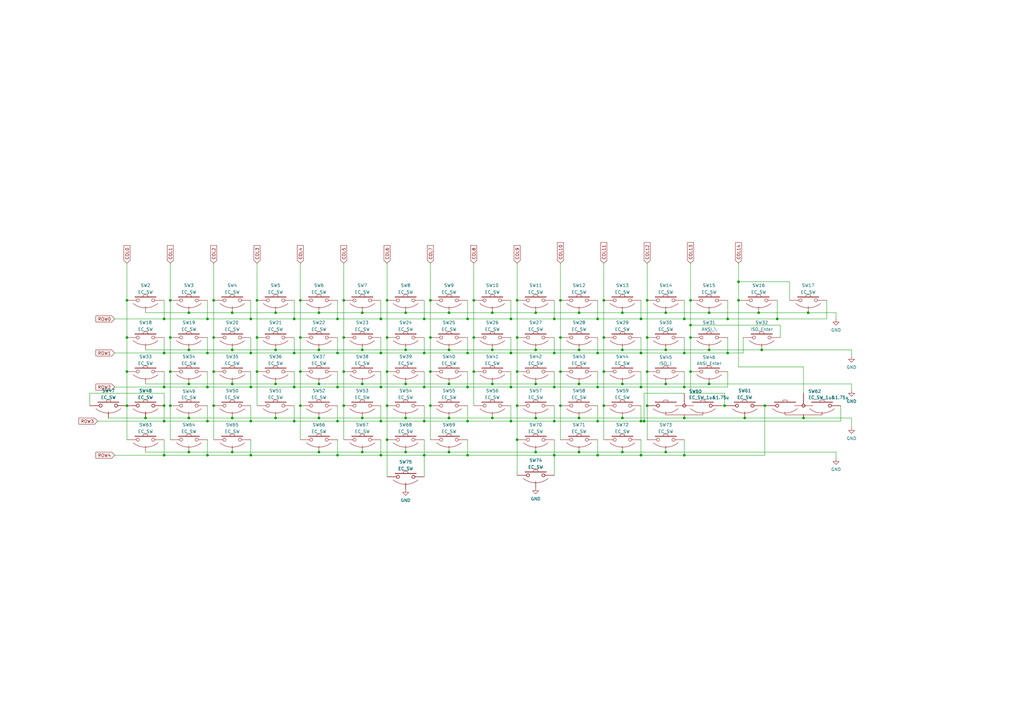
<source format=kicad_sch>
(kicad_sch (version 20230121) (generator eeschema)
  (paper "A3")
  (title_block (title "EC60") (date "2023-07-15") (rev "1.1.1") (company "LU.SV Solutions") (comment 1 "Cipulot PCB Design") (comment 2 "MIT License") (comment 3 "Cipulot"))
  (lib_symbols
    (symbol "cipulot_parts:EC_SW" (pin_numbers hide) (pin_names (offset 1.016) hide)
      (property "Reference" "SW" (at 3.81 2.794 0))
      (property "Value" "EC_SW" (at -3.81 3.81 0))
      (symbol "EC_SW_0_1"
        (arc (start -5.08 -1.27) (mid 0 -3.052) (end 5.08 -1.27))
        (rectangle (start -4.318 1.27) (end 4.318 1.524))
        (polyline (pts (xy -1.016 1.524) (xy -0.762 2.286) (xy 0.762 2.286) (xy 1.016 1.524)))
        (pin passive inverted (at -7.62 0 0) (length 5.08) (name "1") (number "1"))
        (pin passive inverted (at 7.62 0 180) (length 5.08) (name "2") (number "2"))
      )
      (symbol "EC_SW_1_1"
        (pin input line (at 0 -5.08 90) (length 2.54) (name "SG") (number "3"))
      )
    )
    (symbol "cipulot_parts:EC_SW_1u&1.75u" (pin_numbers hide) (pin_names (offset 1.016) hide)
      (property "Reference" "SW" (at 3.81 2.794 0))
      (property "Value" "EC_SW_1u&1.75u" (at -3.81 3.81 0))
      (symbol "EC_SW_1u&1.75u_0_1"
        (arc (start -5.08 -1.27) (mid 0 -3.052) (end 5.08 -1.27))
        (rectangle (start -4.318 1.27) (end 4.318 1.524))
        (polyline (pts (xy 11.43 0) (xy 3.81 0)))
        (polyline (pts (xy -1.016 1.524) (xy -0.762 2.286) (xy 0.762 2.286) (xy 1.016 1.524)))
        (polyline (pts (xy 0 -2.54) (xy 0 -3.81) (xy 15.24 -3.81) (xy 15.24 -2.54)))
        (polyline (pts (xy 14.224 1.524) (xy 14.478 2.286) (xy 16.002 2.286) (xy 16.256 1.524)))
        (arc (start 10.16 -1.27) (mid 15.24 -3.052) (end 20.32 -1.27))
        (rectangle (start 10.922 1.27) (end 19.558 1.524))
        (pin passive inverted (at -7.62 0 0) (length 5.08) (name "1") (number "1"))
        (pin passive inverted (at 7.62 5.08 270) (length 5.7) (name "2") (number "2"))
        (pin passive inverted (at 22.86 0 180) (length 5.08) (name "3") (number "3"))
      )
      (symbol "EC_SW_1u&1.75u_1_1"
        (pin input line (at 7.62 -5.08 90) (length 1.25) (name "SG") (number "4"))
      )
    )
    (symbol "power:GND" (power) (pin_names (offset 0))
      (property "Value" "GND" (at 0 -3.81 0))
      (symbol "GND_0_1"
        (polyline (pts (xy 0 0) (xy 0 -1.27) (xy 1.27 -1.27) (xy 0 -2.54) (xy -1.27 -1.27) (xy 0 -1.27)))
      )
      (symbol "GND_1_1"
        (pin power_in line (at 0 0 270) (length 0) hide (name "GND") (number "1"))
      )
    )
  )
  (junction (at 273.05 143.51))
  (junction (at 85.09 172.72))
  (junction (at 158.75 166.37))
  (junction (at 283.21 133.35))
  (junction (at 69.85 138.43))
  (junction (at 123.19 138.43))
  (junction (at 194.31 152.4))
  (junction (at 280.67 171.45))
  (junction (at 283.21 152.4))
  (junction (at 102.87 186.69))
  (junction (at 113.03 128.27))
  (junction (at 120.65 158.75))
  (junction (at 219.71 171.45))
  (junction (at 298.45 144.78))
  (junction (at 173.99 158.75))
  (junction (at 138.43 186.69))
  (junction (at 156.21 144.78))
  (junction (at 105.41 123.19))
  (junction (at 184.15 171.45))
  (junction (at 85.09 144.78))
  (junction (at 158.75 152.4))
  (junction (at 191.77 130.81))
  (junction (at 67.31 166.37))
  (junction (at 280.67 144.78))
  (junction (at 265.43 152.4))
  (junction (at 247.65 152.4))
  (junction (at 176.53 138.43))
  (junction (at 95.25 185.42))
  (junction (at 212.09 152.4))
  (junction (at 245.11 186.69))
  (junction (at 138.43 172.72))
  (junction (at 290.83 143.51))
  (junction (at 173.99 130.81))
  (junction (at 148.59 185.42))
  (junction (at 173.99 172.72))
  (junction (at 255.27 157.48))
  (junction (at 227.33 172.72))
  (junction (at 265.43 138.43))
  (junction (at 201.93 143.51))
  (junction (at 140.97 123.19))
  (junction (at 176.53 166.37))
  (junction (at 67.31 172.72))
  (junction (at 156.21 186.69))
  (junction (at 87.63 123.19))
  (junction (at 166.37 171.45))
  (junction (at 77.47 128.27))
  (junction (at 85.09 186.69))
  (junction (at 95.25 171.45))
  (junction (at 313.69 166.37))
  (junction (at 52.07 138.43))
  (junction (at 95.25 143.51))
  (junction (at 120.65 172.72))
  (junction (at 148.59 157.48))
  (junction (at 229.87 123.19))
  (junction (at 69.85 152.4))
  (junction (at 212.09 123.19))
  (junction (at 229.87 138.43))
  (junction (at 140.97 152.4))
  (junction (at 176.53 123.19))
  (junction (at 201.93 157.48))
  (junction (at 158.75 138.43))
  (junction (at 102.87 158.75))
  (junction (at 138.43 158.75))
  (junction (at 52.07 152.4))
  (junction (at 265.43 123.19))
  (junction (at 173.99 186.69))
  (junction (at 138.43 144.78))
  (junction (at 227.33 158.75))
  (junction (at 130.81 171.45))
  (junction (at 219.71 185.42))
  (junction (at 298.45 130.81))
  (junction (at 77.47 143.51))
  (junction (at 156.21 130.81))
  (junction (at 245.11 144.78))
  (junction (at 262.89 158.75))
  (junction (at 176.53 152.4))
  (junction (at 302.895 123.19))
  (junction (at 158.75 123.19))
  (junction (at 283.21 138.43))
  (junction (at 191.77 144.78))
  (junction (at 148.59 128.27))
  (junction (at 113.03 171.45))
  (junction (at 148.59 171.45))
  (junction (at 255.27 171.45))
  (junction (at 262.89 130.81))
  (junction (at 312.42 143.51))
  (junction (at 264.16 172.72))
  (junction (at 105.41 152.4))
  (junction (at 148.59 143.51))
  (junction (at 184.15 157.48))
  (junction (at 280.67 186.69))
  (junction (at 77.47 185.42))
  (junction (at 123.19 166.37))
  (junction (at 156.21 172.72))
  (junction (at 113.03 143.51))
  (junction (at 237.49 157.48))
  (junction (at 95.25 128.27))
  (junction (at 140.97 166.37))
  (junction (at 227.33 186.69))
  (junction (at 173.99 144.78))
  (junction (at 52.07 166.37))
  (junction (at 245.11 130.81))
  (junction (at 87.63 138.43))
  (junction (at 329.565 171.45))
  (junction (at 194.31 123.19))
  (junction (at 212.09 180.34))
  (junction (at 67.31 144.78))
  (junction (at 262.89 172.72))
  (junction (at 311.15 128.27))
  (junction (at 166.37 157.48))
  (junction (at 245.11 172.72))
  (junction (at 201.93 171.45))
  (junction (at 229.87 152.4))
  (junction (at 209.55 144.78))
  (junction (at 87.63 166.37))
  (junction (at 138.43 130.81))
  (junction (at 77.47 157.48))
  (junction (at 201.93 128.27))
  (junction (at 247.65 166.37))
  (junction (at 184.15 143.51))
  (junction (at 209.55 172.72))
  (junction (at 262.89 144.78))
  (junction (at 280.67 158.75))
  (junction (at 255.27 185.42))
  (junction (at 166.37 185.42))
  (junction (at 212.09 166.37))
  (junction (at 184.15 185.42))
  (junction (at 283.21 123.19))
  (junction (at 166.37 143.51))
  (junction (at 191.77 172.72))
  (junction (at 105.41 138.43))
  (junction (at 77.47 171.45))
  (junction (at 69.85 166.37))
  (junction (at 290.83 128.27))
  (junction (at 120.65 144.78))
  (junction (at 273.05 157.48))
  (junction (at 102.87 130.81))
  (junction (at 305.435 171.45))
  (junction (at 191.77 158.75))
  (junction (at 156.21 158.75))
  (junction (at 67.31 186.69))
  (junction (at 140.97 138.43))
  (junction (at 255.27 128.27))
  (junction (at 247.65 138.43))
  (junction (at 237.49 128.27))
  (junction (at 191.77 186.69))
  (junction (at 67.31 130.81))
  (junction (at 273.05 185.42))
  (junction (at 212.09 138.43))
  (junction (at 209.55 130.81))
  (junction (at 67.31 158.75))
  (junction (at 130.81 157.48))
  (junction (at 102.87 172.72))
  (junction (at 302.895 115.57))
  (junction (at 318.77 130.81))
  (junction (at 265.43 166.37))
  (junction (at 194.31 138.43))
  (junction (at 85.09 130.81))
  (junction (at 331.47 128.27))
  (junction (at 237.49 143.51))
  (junction (at 120.65 130.81))
  (junction (at 130.81 185.42))
  (junction (at 262.89 186.69))
  (junction (at 130.81 128.27))
  (junction (at 59.69 171.45))
  (junction (at 85.09 158.75))
  (junction (at 102.87 144.78))
  (junction (at 255.27 143.51))
  (junction (at 158.75 180.34))
  (junction (at 219.71 157.48))
  (junction (at 290.83 157.48))
  (junction (at 95.25 157.48))
  (junction (at 123.19 152.4))
  (junction (at 52.07 123.19))
  (junction (at 237.49 185.42))
  (junction (at 227.33 144.78))
  (junction (at 130.81 143.51))
  (junction (at 297.18 166.37))
  (junction (at 113.03 157.48))
  (junction (at 227.33 130.81))
  (junction (at 87.63 152.4))
  (junction (at 219.71 128.27))
  (junction (at 209.55 158.75))
  (junction (at 219.71 143.51))
  (junction (at 273.05 128.27))
  (junction (at 166.37 128.27))
  (junction (at 247.65 123.19))
  (junction (at 69.85 123.19))
  (junction (at 184.15 128.27))
  (junction (at 245.11 158.75))
  (junction (at 237.49 171.45))
  (junction (at 280.67 130.81))
  (junction (at 123.19 123.19))
  (junction (at 229.87 166.37))
  (wire (pts (xy 156.21 138.43) (xy 156.21 144.78)))
  (wire (pts (xy 262.89 186.69) (xy 280.67 186.69)))
  (wire (pts (xy 87.63 123.19) (xy 87.63 138.43)))
  (wire (pts (xy 219.71 171.45) (xy 201.93 171.45)))
  (wire (pts (xy 201.93 171.45) (xy 184.15 171.45)))
  (wire (pts (xy 130.81 143.51) (xy 148.59 143.51)))
  (wire (pts (xy 265.43 123.19) (xy 265.43 138.43)))
  (wire (pts (xy 237.49 185.42) (xy 255.27 185.42)))
  (wire (pts (xy 102.87 180.34) (xy 102.87 186.69)))
  (wire (pts (xy 138.43 123.19) (xy 138.43 130.81)))
  (wire (pts (xy 229.87 166.37) (xy 229.87 180.34)))
  (wire (pts (xy 219.71 143.51) (xy 237.49 143.51)))
  (wire (pts (xy 173.99 138.43) (xy 173.99 144.78)))
  (wire (pts (xy 212.09 107.95) (xy 212.09 123.19)))
  (wire (pts (xy 280.67 158.75) (xy 298.45 158.75)))
  (wire (pts (xy 105.41 107.95) (xy 105.41 123.19)))
  (wire (pts (xy 247.65 166.37) (xy 247.65 180.34)))
  (wire (pts (xy 120.65 166.37) (xy 120.65 172.72)))
  (wire (pts (xy 138.43 138.43) (xy 138.43 144.78)))
  (wire (pts (xy 209.55 144.78) (xy 227.33 144.78)))
  (wire (pts (xy 265.43 152.4) (xy 265.43 166.37)))
  (wire (pts (xy 245.11 152.4) (xy 245.11 158.75)))
  (wire (pts (xy 314.325 166.37) (xy 313.69 166.37)))
  (wire (pts (xy 280.67 180.34) (xy 280.67 186.69)))
  (wire (pts (xy 227.33 138.43) (xy 227.33 144.78)))
  (wire (pts (xy 290.83 157.48) (xy 349.25 157.48)))
  (wire (pts (xy 85.09 180.34) (xy 85.09 186.69)))
  (wire (pts (xy 140.97 123.19) (xy 140.97 138.43)))
  (wire (pts (xy 339.09 123.19) (xy 339.09 130.81)))
  (wire (pts (xy 113.03 157.48) (xy 130.81 157.48)))
  (wire (pts (xy 262.89 152.4) (xy 262.89 158.75)))
  (wire (pts (xy 176.53 152.4) (xy 176.53 166.37)))
  (wire (pts (xy 280.67 144.78) (xy 298.45 144.78)))
  (wire (pts (xy 36.83 166.37) (xy 36.83 161.29)))
  (wire (pts (xy 191.77 144.78) (xy 209.55 144.78)))
  (wire (pts (xy 140.97 107.95) (xy 140.97 123.19)))
  (wire (pts (xy 67.31 123.19) (xy 67.31 130.81)))
  (wire (pts (xy 212.09 152.4) (xy 212.09 166.37)))
  (wire (pts (xy 212.09 123.19) (xy 212.09 138.43)))
  (wire (pts (xy 255.27 171.45) (xy 237.49 171.45)))
  (wire (pts (xy 184.15 128.27) (xy 201.93 128.27)))
  (wire (pts (xy 85.09 144.78) (xy 102.87 144.78)))
  (wire (pts (xy 77.47 157.48) (xy 95.25 157.48)))
  (wire (pts (xy 67.31 180.34) (xy 67.31 186.69)))
  (wire (pts (xy 297.18 166.37) (xy 295.91 166.37)))
  (wire (pts (xy 255.27 157.48) (xy 273.05 157.48)))
  (wire (pts (xy 105.41 138.43) (xy 105.41 152.4)))
  (wire (pts (xy 209.55 123.19) (xy 209.55 130.81)))
  (wire (pts (xy 305.435 171.45) (xy 329.565 171.45)))
  (wire (pts (xy 140.97 166.37) (xy 140.97 180.34)))
  (wire (pts (xy 273.05 128.27) (xy 290.83 128.27)))
  (wire (pts (xy 262.89 130.81) (xy 280.67 130.81)))
  (wire (pts (xy 298.45 138.43) (xy 298.45 144.78)))
  (wire (pts (xy 245.11 172.72) (xy 262.89 172.72)))
  (wire (pts (xy 166.37 171.45) (xy 148.59 171.45)))
  (wire (pts (xy 229.87 107.95) (xy 229.87 123.19)))
  (wire (pts (xy 283.21 107.95) (xy 283.21 123.19)))
  (wire (pts (xy 176.53 107.95) (xy 176.53 123.19)))
  (wire (pts (xy 120.65 152.4) (xy 120.65 158.75)))
  (wire (pts (xy 283.21 123.19) (xy 283.21 133.35)))
  (wire (pts (xy 201.93 157.48) (xy 219.71 157.48)))
  (wire (pts (xy 227.33 180.34) (xy 227.33 186.69)))
  (wire (pts (xy 173.99 172.72) (xy 191.77 172.72)))
  (wire (pts (xy 138.43 158.75) (xy 156.21 158.75)))
  (wire (pts (xy 264.16 172.72) (xy 344.805 172.72)))
  (wire (pts (xy 52.07 138.43) (xy 52.07 152.4)))
  (wire (pts (xy 158.75 107.95) (xy 158.75 123.19)))
  (wire (pts (xy 36.83 161.29) (xy 67.31 161.29)))
  (wire (pts (xy 85.09 123.19) (xy 85.09 130.81)))
  (wire (pts (xy 227.33 144.78) (xy 245.11 144.78)))
  (wire (pts (xy 123.19 107.95) (xy 123.19 123.19)))
  (wire (pts (xy 194.31 123.19) (xy 194.31 138.43)))
  (wire (pts (xy 46.99 186.69) (xy 67.31 186.69)))
  (wire (pts (xy 138.43 144.78) (xy 156.21 144.78)))
  (wire (pts (xy 265.43 107.95) (xy 265.43 123.19)))
  (wire (pts (xy 67.31 161.29) (xy 67.31 166.37)))
  (wire (pts (xy 59.69 128.27) (xy 77.47 128.27)))
  (wire (pts (xy 247.65 166.37) (xy 247.65 152.4)))
  (wire (pts (xy 102.87 123.19) (xy 102.87 130.81)))
  (wire (pts (xy 123.19 123.19) (xy 123.19 138.43)))
  (wire (pts (xy 227.33 186.69) (xy 227.33 194.945)))
  (wire (pts (xy 237.49 157.48) (xy 255.27 157.48)))
  (wire (pts (xy 158.75 123.19) (xy 158.75 138.43)))
  (wire (pts (xy 166.37 128.27) (xy 184.15 128.27)))
  (wire (pts (xy 227.33 158.75) (xy 245.11 158.75)))
  (wire (pts (xy 290.83 128.27) (xy 311.15 128.27)))
  (wire (pts (xy 130.81 171.45) (xy 113.03 171.45)))
  (wire (pts (xy 120.65 130.81) (xy 138.43 130.81)))
  (wire (pts (xy 283.21 138.43) (xy 283.21 152.4)))
  (wire (pts (xy 219.71 185.42) (xy 237.49 185.42)))
  (wire (pts (xy 46.99 158.75) (xy 67.31 158.75)))
  (wire (pts (xy 227.33 166.37) (xy 227.33 172.72)))
  (wire (pts (xy 184.15 143.51) (xy 201.93 143.51)))
  (wire (pts (xy 227.33 123.19) (xy 227.33 130.81)))
  (wire (pts (xy 59.69 157.48) (xy 77.47 157.48)))
  (wire (pts (xy 191.77 138.43) (xy 191.77 144.78)))
  (wire (pts (xy 123.19 166.37) (xy 123.19 180.34)))
  (wire (pts (xy 262.89 123.19) (xy 262.89 130.81)))
  (wire (pts (xy 176.53 138.43) (xy 176.53 152.4)))
  (wire (pts (xy 191.77 123.19) (xy 191.77 130.81)))
  (wire (pts (xy 212.09 138.43) (xy 212.09 152.4)))
  (wire (pts (xy 280.67 138.43) (xy 280.67 144.78)))
  (wire (pts (xy 95.25 185.42) (xy 130.81 185.42)))
  (wire (pts (xy 298.45 130.81) (xy 318.77 130.81)))
  (wire (pts (xy 148.59 171.45) (xy 130.81 171.45)))
  (wire (pts (xy 173.99 130.81) (xy 191.77 130.81)))
  (wire (pts (xy 237.49 128.27) (xy 255.27 128.27)))
  (wire (pts (xy 173.99 186.69) (xy 191.77 186.69)))
  (wire (pts (xy 191.77 172.72) (xy 209.55 172.72)))
  (wire (pts (xy 85.09 166.37) (xy 85.09 172.72)))
  (wire (pts (xy 158.75 180.34) (xy 158.75 195.58)))
  (wire (pts (xy 329.565 161.29) (xy 329.565 150.495)))
  (wire (pts (xy 148.59 185.42) (xy 166.37 185.42)))
  (wire (pts (xy 138.43 152.4) (xy 138.43 158.75)))
  (wire (pts (xy 209.55 130.81) (xy 227.33 130.81)))
  (wire (pts (xy 102.87 152.4) (xy 102.87 158.75)))
  (wire (pts (xy 156.21 130.81) (xy 173.99 130.81)))
  (wire (pts (xy 138.43 166.37) (xy 138.43 172.72)))
  (wire (pts (xy 67.31 166.37) (xy 67.31 172.72)))
  (wire (pts (xy 67.31 138.43) (xy 67.31 144.78)))
  (wire (pts (xy 280.67 152.4) (xy 280.67 158.75)))
  (wire (pts (xy 245.11 166.37) (xy 245.11 172.72)))
  (wire (pts (xy 130.81 157.48) (xy 148.59 157.48)))
  (wire (pts (xy 148.59 128.27) (xy 166.37 128.27)))
  (wire (pts (xy 130.81 185.42) (xy 148.59 185.42)))
  (wire (pts (xy 156.21 172.72) (xy 173.99 172.72)))
  (wire (pts (xy 85.09 186.69) (xy 102.87 186.69)))
  (wire (pts (xy 342.9 185.42) (xy 342.9 187.96)))
  (wire (pts (xy 255.27 185.42) (xy 273.05 185.42)))
  (wire (pts (xy 349.25 171.45) (xy 349.25 175.26)))
  (wire (pts (xy 158.75 138.43) (xy 158.75 152.4)))
  (wire (pts (xy 67.31 152.4) (xy 67.31 158.75)))
  (wire (pts (xy 69.85 107.95) (xy 69.85 123.19)))
  (wire (pts (xy 283.21 152.4) (xy 283.21 161.29)))
  (wire (pts (xy 102.87 130.81) (xy 120.65 130.81)))
  (wire (pts (xy 245.11 144.78) (xy 262.89 144.78)))
  (wire (pts (xy 67.31 144.78) (xy 85.09 144.78)))
  (wire (pts (xy 349.25 157.48) (xy 349.25 160.02)))
  (wire (pts (xy 138.43 172.72) (xy 156.21 172.72)))
  (wire (pts (xy 148.59 143.51) (xy 166.37 143.51)))
  (wire (pts (xy 52.07 107.95) (xy 52.07 123.19)))
  (wire (pts (xy 69.85 152.4) (xy 69.85 166.37)))
  (wire (pts (xy 77.47 143.51) (xy 95.25 143.51)))
  (wire (pts (xy 273.05 185.42) (xy 342.9 185.42)))
  (wire (pts (xy 312.42 143.51) (xy 349.25 143.51)))
  (wire (pts (xy 280.67 171.45) (xy 305.435 171.45)))
  (wire (pts (xy 323.85 123.19) (xy 323.85 115.57)))
  (wire (pts (xy 102.87 172.72) (xy 120.65 172.72)))
  (wire (pts (xy 255.27 171.45) (xy 280.67 171.45)))
  (wire (pts (xy 191.77 180.34) (xy 191.77 186.69)))
  (wire (pts (xy 85.09 172.72) (xy 102.87 172.72)))
  (wire (pts (xy 87.63 166.37) (xy 87.63 180.34)))
  (wire (pts (xy 166.37 143.51) (xy 184.15 143.51)))
  (wire (pts (xy 290.83 143.51) (xy 312.42 143.51)))
  (wire (pts (xy 120.65 138.43) (xy 120.65 144.78)))
  (wire (pts (xy 44.45 171.45) (xy 59.69 171.45)))
  (wire (pts (xy 247.65 123.19) (xy 247.65 138.43)))
  (wire (pts (xy 156.21 123.19) (xy 156.21 130.81)))
  (wire (pts (xy 166.37 185.42) (xy 184.15 185.42)))
  (wire (pts (xy 297.18 161.29) (xy 297.18 166.37)))
  (wire (pts (xy 69.85 123.19) (xy 69.85 138.43)))
  (wire (pts (xy 173.99 186.69) (xy 173.99 195.58)))
  (wire (pts (xy 176.53 166.37) (xy 176.53 180.34)))
  (wire (pts (xy 194.31 152.4) (xy 194.31 166.37)))
  (wire (pts (xy 212.09 166.37) (xy 212.09 180.34)))
  (wire (pts (xy 102.87 186.69) (xy 138.43 186.69)))
  (wire (pts (xy 102.87 144.78) (xy 120.65 144.78)))
  (wire (pts (xy 87.63 138.43) (xy 87.63 152.4)))
  (wire (pts (xy 201.93 143.51) (xy 219.71 143.51)))
  (wire (pts (xy 302.895 115.57) (xy 323.85 115.57)))
  (wire (pts (xy 191.77 152.4) (xy 191.77 158.75)))
  (wire (pts (xy 67.31 172.72) (xy 85.09 172.72)))
  (wire (pts (xy 304.8 138.43) (xy 304.8 144.78)))
  (wire (pts (xy 120.65 172.72) (xy 138.43 172.72)))
  (wire (pts (xy 176.53 123.19) (xy 176.53 138.43)))
  (wire (pts (xy 67.31 186.69) (xy 85.09 186.69)))
  (wire (pts (xy 52.07 123.19) (xy 52.07 138.43)))
  (wire (pts (xy 69.85 138.43) (xy 69.85 152.4)))
  (wire (pts (xy 219.71 128.27) (xy 237.49 128.27)))
  (wire (pts (xy 283.21 161.29) (xy 297.18 161.29)))
  (wire (pts (xy 156.21 158.75) (xy 173.99 158.75)))
  (wire (pts (xy 113.03 128.27) (xy 130.81 128.27)))
  (wire (pts (xy 87.63 107.95) (xy 87.63 123.19)))
  (wire (pts (xy 318.77 123.19) (xy 318.77 130.81)))
  (wire (pts (xy 52.07 166.37) (xy 52.07 180.34)))
  (wire (pts (xy 85.09 138.43) (xy 85.09 144.78)))
  (wire (pts (xy 313.69 166.37) (xy 313.055 166.37)))
  (wire (pts (xy 102.87 166.37) (xy 102.87 172.72)))
  (wire (pts (xy 247.65 138.43) (xy 247.65 152.4)))
  (wire (pts (xy 173.99 152.4) (xy 173.99 158.75)))
  (wire (pts (xy 262.89 166.37) (xy 262.89 172.72)))
  (wire (pts (xy 349.25 143.51) (xy 349.25 146.05)))
  (wire (pts (xy 173.99 166.37) (xy 173.99 172.72)))
  (wire (pts (xy 342.9 128.27) (xy 342.9 130.81)))
  (wire (pts (xy 105.41 152.4) (xy 105.41 166.37)))
  (wire (pts (xy 95.25 171.45) (xy 113.03 171.45)))
  (wire (pts (xy 298.45 123.19) (xy 298.45 130.81)))
  (wire (pts (xy 237.49 143.51) (xy 255.27 143.51)))
  (wire (pts (xy 264.16 161.29) (xy 264.16 172.72)))
  (wire (pts (xy 209.55 152.4) (xy 209.55 158.75)))
  (wire (pts (xy 265.43 166.37) (xy 265.43 180.34)))
  (wire (pts (xy 105.41 123.19) (xy 105.41 138.43)))
  (wire (pts (xy 67.31 158.75) (xy 85.09 158.75)))
  (wire (pts (xy 59.69 143.51) (xy 77.47 143.51)))
  (wire (pts (xy 262.89 180.34) (xy 262.89 186.69)))
  (wire (pts (xy 209.55 158.75) (xy 227.33 158.75)))
  (wire (pts (xy 227.33 186.69) (xy 245.11 186.69)))
  (wire (pts (xy 302.895 107.95) (xy 302.895 115.57)))
  (wire (pts (xy 245.11 158.75) (xy 262.89 158.75)))
  (wire (pts (xy 219.71 157.48) (xy 237.49 157.48)))
  (wire (pts (xy 123.19 138.43) (xy 123.19 152.4)))
  (wire (pts (xy 102.87 158.75) (xy 120.65 158.75)))
  (wire (pts (xy 297.815 166.37) (xy 297.18 166.37)))
  (wire (pts (xy 173.99 180.34) (xy 173.99 186.69)))
  (wire (pts (xy 184.15 185.42) (xy 219.71 185.42)))
  (wire (pts (xy 344.805 166.37) (xy 344.805 172.72)))
  (wire (pts (xy 311.15 128.27) (xy 331.47 128.27)))
  (wire (pts (xy 209.55 166.37) (xy 209.55 172.72)))
  (wire (pts (xy 67.31 130.81) (xy 85.09 130.81)))
  (wire (pts (xy 46.99 130.81) (xy 67.31 130.81)))
  (wire (pts (xy 245.11 138.43) (xy 245.11 144.78)))
  (wire (pts (xy 273.05 157.48) (xy 290.83 157.48)))
  (wire (pts (xy 113.03 143.51) (xy 130.81 143.51)))
  (wire (pts (xy 304.8 144.78) (xy 298.45 144.78)))
  (wire (pts (xy 209.55 138.43) (xy 209.55 144.78)))
  (wire (pts (xy 201.93 128.27) (xy 219.71 128.27)))
  (wire (pts (xy 313.69 166.37) (xy 313.69 186.69)))
  (wire (pts (xy 194.31 138.43) (xy 194.31 152.4)))
  (wire (pts (xy 156.21 186.69) (xy 173.99 186.69)))
  (wire (pts (xy 69.85 166.37) (xy 69.85 180.34)))
  (wire (pts (xy 138.43 186.69) (xy 156.21 186.69)))
  (wire (pts (xy 280.67 123.19) (xy 280.67 130.81)))
  (wire (pts (xy 184.15 157.48) (xy 201.93 157.48)))
  (wire (pts (xy 158.75 152.4) (xy 158.75 166.37)))
  (wire (pts (xy 95.25 185.42) (xy 77.47 185.42)))
  (wire (pts (xy 303.53 123.19) (xy 302.895 123.19)))
  (wire (pts (xy 191.77 158.75) (xy 209.55 158.75)))
  (wire (pts (xy 166.37 157.48) (xy 184.15 157.48)))
  (wire (pts (xy 280.67 161.29) (xy 264.16 161.29)))
  (wire (pts (xy 255.27 128.27) (xy 273.05 128.27)))
  (wire (pts (xy 212.09 180.34) (xy 212.09 194.945)))
  (wire (pts (xy 85.09 130.81) (xy 102.87 130.81)))
  (wire (pts (xy 173.99 123.19) (xy 173.99 130.81)))
  (wire (pts (xy 140.97 152.4) (xy 140.97 166.37)))
  (wire (pts (xy 262.89 158.75) (xy 280.67 158.75)))
  (wire (pts (xy 191.77 166.37) (xy 191.77 172.72)))
  (wire (pts (xy 120.65 144.78) (xy 138.43 144.78)))
  (wire (pts (xy 148.59 157.48) (xy 166.37 157.48)))
  (wire (pts (xy 102.87 138.43) (xy 102.87 144.78)))
  (wire (pts (xy 262.89 138.43) (xy 262.89 144.78)))
  (wire (pts (xy 184.15 171.45) (xy 166.37 171.45)))
  (wire (pts (xy 95.25 157.48) (xy 113.03 157.48)))
  (wire (pts (xy 156.21 180.34) (xy 156.21 186.69)))
  (wire (pts (xy 280.67 186.69) (xy 313.69 186.69)))
  (wire (pts (xy 255.27 143.51) (xy 273.05 143.51)))
  (wire (pts (xy 191.77 130.81) (xy 209.55 130.81)))
  (wire (pts (xy 77.47 171.45) (xy 59.69 171.45)))
  (wire (pts (xy 298.45 130.81) (xy 280.67 130.81)))
  (wire (pts (xy 245.11 180.34) (xy 245.11 186.69)))
  (wire (pts (xy 85.09 158.75) (xy 102.87 158.75)))
  (wire (pts (xy 229.87 166.37) (xy 229.87 152.4)))
  (wire (pts (xy 173.99 158.75) (xy 191.77 158.75)))
  (wire (pts (xy 191.77 186.69) (xy 227.33 186.69)))
  (wire (pts (xy 138.43 130.81) (xy 156.21 130.81)))
  (wire (pts (xy 123.19 152.4) (xy 123.19 166.37)))
  (wire (pts (xy 245.11 123.19) (xy 245.11 130.81)))
  (wire (pts (xy 87.63 152.4) (xy 87.63 166.37)))
  (wire (pts (xy 318.77 130.81) (xy 339.09 130.81)))
  (wire (pts (xy 40.005 172.72) (xy 67.31 172.72)))
  (wire (pts (xy 298.45 152.4) (xy 298.45 158.75)))
  (wire (pts (xy 120.65 123.19) (xy 120.65 130.81)))
  (wire (pts (xy 156.21 152.4) (xy 156.21 158.75)))
  (wire (pts (xy 262.89 172.72) (xy 264.16 172.72)))
  (wire (pts (xy 245.11 186.69) (xy 262.89 186.69)))
  (wire (pts (xy 158.75 166.37) (xy 158.75 180.34)))
  (wire (pts (xy 140.97 138.43) (xy 140.97 152.4)))
  (wire (pts (xy 302.895 115.57) (xy 302.895 123.19)))
  (wire (pts (xy 237.49 171.45) (xy 219.71 171.45)))
  (wire (pts (xy 46.99 144.78) (xy 67.31 144.78)))
  (wire (pts (xy 95.25 128.27) (xy 113.03 128.27)))
  (wire (pts (xy 283.21 133.35) (xy 320.04 133.35)))
  (wire (pts (xy 95.25 143.51) (xy 113.03 143.51)))
  (wire (pts (xy 302.895 150.495) (xy 302.895 123.19)))
  (wire (pts (xy 209.55 172.72) (xy 227.33 172.72)))
  (wire (pts (xy 138.43 180.34) (xy 138.43 186.69)))
  (wire (pts (xy 77.47 128.27) (xy 95.25 128.27)))
  (wire (pts (xy 320.04 133.35) (xy 320.04 138.43)))
  (wire (pts (xy 85.09 152.4) (xy 85.09 158.75)))
  (wire (pts (xy 194.31 107.95) (xy 194.31 123.19)))
  (wire (pts (xy 120.65 158.75) (xy 138.43 158.75)))
  (wire (pts (xy 130.81 128.27) (xy 148.59 128.27)))
  (wire (pts (xy 290.83 143.51) (xy 273.05 143.51)))
  (wire (pts (xy 329.565 171.45) (xy 349.25 171.45)))
  (wire (pts (xy 173.99 144.78) (xy 191.77 144.78)))
  (wire (pts (xy 283.21 138.43) (xy 283.21 133.35)))
  (wire (pts (xy 229.87 138.43) (xy 229.87 152.4)))
  (wire (pts (xy 95.25 171.45) (xy 77.47 171.45)))
  (wire (pts (xy 227.33 130.81) (xy 245.11 130.81)))
  (wire (pts (xy 265.43 138.43) (xy 265.43 152.4)))
  (wire (pts (xy 229.87 123.19) (xy 229.87 138.43)))
  (wire (pts (xy 227.33 172.72) (xy 245.11 172.72)))
  (wire (pts (xy 52.07 152.4) (xy 52.07 166.37)))
  (wire (pts (xy 227.33 152.4) (xy 227.33 158.75)))
  (wire (pts (xy 156.21 144.78) (xy 173.99 144.78)))
  (wire (pts (xy 262.89 144.78) (xy 280.67 144.78)))
  (wire (pts (xy 247.65 107.95) (xy 247.65 123.19)))
  (wire (pts (xy 156.21 166.37) (xy 156.21 172.72)))
  (wire (pts (xy 245.11 130.81) (xy 262.89 130.81)))
  (wire (pts (xy 331.47 128.27) (xy 342.9 128.27)))
  (wire (pts (xy 77.47 185.42) (xy 59.69 185.42)))
  (wire (pts (xy 302.895 150.495) (xy 329.565 150.495)))
  (global_label "COL12" (shape input) (at 265.43 107.95 90) (property "Intersheetrefs" "${INTERSHEET_REFS}" (effects hide)))
  (global_label "ROW1" (shape input) (at 46.99 144.78 180) (property "Intersheetrefs" "${INTERSHEET_REFS}" (effects hide)))
  (global_label "COL4" (shape input) (at 123.19 107.95 90) (property "Intersheetrefs" "${INTERSHEET_REFS}" (effects hide)))
  (global_label "COL8" (shape input) (at 194.31 107.95 90) (property "Intersheetrefs" "${INTERSHEET_REFS}" (effects hide)))
  (global_label "COL13" (shape input) (at 283.21 107.95 90) (property "Intersheetrefs" "${INTERSHEET_REFS}" (effects hide)))
  (global_label "ROW0" (shape input) (at 46.99 130.81 180) (property "Intersheetrefs" "${INTERSHEET_REFS}" (effects hide)))
  (global_label "COL0" (shape input) (at 52.07 107.95 90) (property "Intersheetrefs" "${INTERSHEET_REFS}" (effects hide)))
  (global_label "ROW4" (shape input) (at 46.99 186.69 180) (property "Intersheetrefs" "${INTERSHEET_REFS}" (effects hide)))
  (global_label "ROW2" (shape input) (at 46.99 158.75 180) (property "Intersheetrefs" "${INTERSHEET_REFS}" (effects hide)))
  (global_label "COL2" (shape input) (at 87.63 107.95 90) (property "Intersheetrefs" "${INTERSHEET_REFS}" (effects hide)))
  (global_label "COL10" (shape input) (at 229.87 107.95 90) (property "Intersheetrefs" "${INTERSHEET_REFS}" (effects hide)))
  (global_label "COL7" (shape input) (at 176.53 107.95 90) (property "Intersheetrefs" "${INTERSHEET_REFS}" (effects hide)))
  (global_label "COL1" (shape input) (at 69.85 107.95 90) (property "Intersheetrefs" "${INTERSHEET_REFS}" (effects hide)))
  (global_label "ROW3" (shape input) (at 40.005 172.72 180) (property "Intersheetrefs" "${INTERSHEET_REFS}" (effects hide)))
  (global_label "COL5" (shape input) (at 140.97 107.95 90) (property "Intersheetrefs" "${INTERSHEET_REFS}" (effects hide)))
  (global_label "COL9" (shape input) (at 212.09 107.95 90) (property "Intersheetrefs" "${INTERSHEET_REFS}" (effects hide)))
  (global_label "COL14" (shape input) (at 302.895 107.95 90) (property "Intersheetrefs" "${INTERSHEET_REFS}" (effects hide)))
  (global_label "COL6" (shape input) (at 158.75 107.95 90) (property "Intersheetrefs" "${INTERSHEET_REFS}" (effects hide)))
  (global_label "COL11" (shape input) (at 247.65 107.95 90) (property "Intersheetrefs" "${INTERSHEET_REFS}" (effects hide)))
  (global_label "COL3" (shape input) (at 105.41 107.95 90) (property "Intersheetrefs" "${INTERSHEET_REFS}" (effects hide)))
  (symbol (lib_id "cipulot_parts:EC_SW") (at 290.83 152.4 0) (mirror y) (unit 1)
    (property "Reference" "SW46" (at 290.83 146.5412 0))
    (property "Value" "ANSI_Enter" (at 290.83 149.0781 0))
    (property "Footprint" "cipulot_parts:ecs_pad_2U_no_ring" (effects hide))
  )
  (symbol (lib_id "cipulot_parts:EC_SW") (at 290.83 138.43 0) (unit 1)
    (property "Reference" "SW31" (at 290.83 132.3045 0))
    (property "Value" "ANSI_\\" (at 290.83 135.0796 0))
    (property "Footprint" "cipulot_parts:ecs_pad_1U_no_ring" (effects hide))
  )
  (symbol (lib_id "cipulot_parts:EC_SW") (at 184.15 123.19 0) (unit 1)
    (property "Reference" "SW9" (at 184.15 117.0645 0))
    (property "Value" "EC_SW" (at 184.15 119.8396 0))
    (property "Footprint" "cipulot_parts:ecs_pad_1U_no_ring" (effects hide))
  )
  (symbol (lib_id "cipulot_parts:EC_SW") (at 237.49 152.4 0) (unit 1)
    (property "Reference" "SW43" (at 237.49 146.2745 0))
    (property "Value" "EC_SW" (at 237.49 149.0496 0))
    (property "Footprint" "cipulot_parts:ecs_pad_1U_no_ring" (effects hide))
  )
  (symbol (lib_id "cipulot_parts:EC_SW") (at 237.49 123.19 0) (unit 1)
    (property "Reference" "SW12" (at 237.49 117.0645 0))
    (property "Value" "EC_SW" (at 237.49 119.8396 0))
    (property "Footprint" "cipulot_parts:ecs_pad_1U_no_ring" (effects hide))
  )
  (symbol (lib_id "cipulot_parts:EC_SW") (at 312.42 138.43 0) (unit 1)
    (property "Reference" "SW32" (at 312.42 132.3045 0))
    (property "Value" "ISO_Enter" (at 312.42 135.0796 0))
    (property "Footprint" "cipulot_parts:ecs_pad_2U_no_ring" (effects hide))
  )
  (symbol (lib_id "cipulot_parts:EC_SW") (at 77.47 180.34 0) (unit 1)
    (property "Reference" "SW64" (at 77.47 174.2145 0))
    (property "Value" "EC_SW" (at 77.47 176.9896 0))
    (property "Footprint" "cipulot_parts:ecs_pad_1U_no_ring" (effects hide))
  )
  (symbol (lib_id "cipulot_parts:EC_SW") (at 59.69 166.37 0) (unit 1)
    (property "Reference" "SW48" (at 59.69 160.2445 0))
    (property "Value" "EC_SW" (at 59.69 163.0196 0))
    (property "Footprint" "cipulot_parts:ecs_pad_2U_no_ring_cut" (effects hide))
  )
  (symbol (lib_id "cipulot_parts:EC_SW") (at 59.69 123.19 0) (unit 1)
    (property "Reference" "SW2" (at 59.69 117.0645 0))
    (property "Value" "EC_SW" (at 59.69 119.8396 0))
    (property "Footprint" "cipulot_parts:ecs_pad_1U_no_ring" (effects hide))
  )
  (symbol (lib_id "cipulot_parts:EC_SW") (at 95.25 138.43 0) (unit 1)
    (property "Reference" "SW20" (at 95.25 132.3045 0))
    (property "Value" "EC_SW" (at 95.25 135.0796 0))
    (property "Footprint" "cipulot_parts:ecs_pad_1U_no_ring" (effects hide))
  )
  (symbol (lib_id "cipulot_parts:EC_SW") (at 255.27 123.19 0) (unit 1)
    (property "Reference" "SW13" (at 255.27 117.0645 0))
    (property "Value" "EC_SW" (at 255.27 119.8396 0))
    (property "Footprint" "cipulot_parts:ecs_pad_1U_no_ring" (effects hide))
  )
  (symbol (lib_id "cipulot_parts:EC_SW") (at 219.71 180.34 0) (unit 1)
    (property "Reference" "SW70" (at 219.71 174.2145 0))
    (property "Value" "EC_SW" (at 219.71 176.9896 0))
    (property "Footprint" "cipulot_parts:ecs_pad_1U_no_ring" (effects hide))
  )
  (symbol (lib_id "cipulot_parts:EC_SW") (at 95.25 180.34 0) (unit 1)
    (property "Reference" "SW65" (at 95.25 174.2145 0))
    (property "Value" "EC_SW" (at 95.25 176.9896 0))
    (property "Footprint" "cipulot_parts:ecs_pad_1U_no_ring" (effects hide))
  )
  (symbol (lib_id "cipulot_parts:EC_SW") (at 148.59 138.43 0) (unit 1)
    (property "Reference" "SW23" (at 148.59 132.3045 0))
    (property "Value" "EC_SW" (at 148.59 135.0796 0))
    (property "Footprint" "cipulot_parts:ecs_pad_1U_no_ring" (effects hide))
  )
  (symbol (lib_id "cipulot_parts:EC_SW") (at 219.71 123.19 0) (unit 1)
    (property "Reference" "SW11" (at 219.71 117.0645 0))
    (property "Value" "EC_SW" (at 219.71 119.8396 0))
    (property "Footprint" "cipulot_parts:ecs_pad_1U_no_ring" (effects hide))
  )
  (symbol (lib_id "cipulot_parts:EC_SW") (at 237.49 180.34 0) (unit 1)
    (property "Reference" "SW71" (at 237.49 174.2145 0))
    (property "Value" "EC_SW" (at 237.49 176.9896 0))
    (property "Footprint" "cipulot_parts:ecs_pad_0.25U_spaced_no_ring" (effects hide))
  )
  (symbol (lib_id "cipulot_parts:EC_SW") (at 77.47 152.4 0) (unit 1)
    (property "Reference" "SW34" (at 77.47 146.2745 0))
    (property "Value" "EC_SW" (at 77.47 149.0496 0))
    (property "Footprint" "cipulot_parts:ecs_pad_1U_no_ring" (effects hide))
  )
  (symbol (lib_id "cipulot_parts:EC_SW_1u&1.75u") (at 321.945 166.37 0) (unit 1)
    (property "Reference" "SW62" (at 331.4701 160.5112 0) (effects (justify left)))
    (property "Value" "EC_SW_1u&1.75u" (at 331.4701 163.0481 0) (effects (justify left)))
    (property "Footprint" "cipulot_parts:ecs_pad_2.666U_spaced_no_ring_vertical" (effects hide))
  )
  (symbol (lib_id "cipulot_parts:EC_SW") (at 290.83 123.19 0) (unit 1)
    (property "Reference" "SW15" (at 290.83 117.0645 0))
    (property "Value" "EC_SW" (at 290.83 119.8396 0))
    (property "Footprint" "cipulot_parts:ecs_pad_1U_no_ring" (effects hide))
  )
  (symbol (lib_id "cipulot_parts:EC_SW") (at 148.59 166.37 0) (unit 1)
    (property "Reference" "SW53" (at 148.59 160.2445 0))
    (property "Value" "EC_SW" (at 148.59 163.0196 0))
    (property "Footprint" "cipulot_parts:ecs_pad_1U_no_ring" (effects hide))
  )
  (symbol (lib_id "power:GND") (at 349.25 146.05 0) (unit 1)
    (property "Reference" "#PWR028" (effects hide))
    (property "Value" "GND" (at 349.25 150.6125 0))
  )
  (symbol (lib_id "cipulot_parts:EC_SW") (at 113.03 123.19 0) (unit 1)
    (property "Reference" "SW5" (at 113.03 117.0645 0))
    (property "Value" "EC_SW" (at 113.03 119.8396 0))
    (property "Footprint" "cipulot_parts:ecs_pad_1U_no_ring" (effects hide))
  )
  (symbol (lib_id "cipulot_parts:EC_SW") (at 305.435 166.37 0) (unit 1)
    (property "Reference" "SW61" (at 305.435 160.2445 0))
    (property "Value" "EC_SW" (at 305.435 163.0196 0))
    (property "Footprint" "cipulot_parts:ecs_pad_2U_no_ring" (effects hide))
  )
  (symbol (lib_id "cipulot_parts:EC_SW") (at 219.71 194.945 0) (unit 1)
    (property "Reference" "SW74" (at 219.71 188.8195 0))
    (property "Value" "EC_SW" (at 219.71 191.5946 0))
    (property "Footprint" "cipulot_parts:ecs_pad_1U_no_ring" (effects hide))
  )
  (symbol (lib_id "cipulot_parts:EC_SW") (at 113.03 138.43 0) (unit 1)
    (property "Reference" "SW21" (at 113.03 132.3045 0))
    (property "Value" "EC_SW" (at 113.03 135.0796 0))
    (property "Footprint" "cipulot_parts:ecs_pad_1U_no_ring" (effects hide))
  )
  (symbol (lib_id "cipulot_parts:EC_SW") (at 219.71 166.37 0) (unit 1)
    (property "Reference" "SW57" (at 219.71 160.2445 0))
    (property "Value" "EC_SW" (at 219.71 163.0196 0))
    (property "Footprint" "cipulot_parts:ecs_pad_1U_no_ring" (effects hide))
  )
  (symbol (lib_id "cipulot_parts:EC_SW") (at 166.37 166.37 0) (unit 1)
    (property "Reference" "SW54" (at 166.37 160.2445 0))
    (property "Value" "EC_SW" (at 166.37 163.0196 0))
    (property "Footprint" "cipulot_parts:ecs_pad_1U_no_ring" (effects hide))
  )
  (symbol (lib_id "cipulot_parts:EC_SW") (at 95.25 166.37 0) (unit 1)
    (property "Reference" "SW50" (at 95.25 160.2445 0))
    (property "Value" "EC_SW" (at 95.25 163.0196 0))
    (property "Footprint" "cipulot_parts:ecs_pad_1U_no_ring" (effects hide))
  )
  (symbol (lib_id "power:GND") (at 342.9 130.81 0) (unit 1)
    (property "Reference" "#PWR027" (effects hide))
    (property "Value" "GND" (at 342.9 135.3725 0))
  )
  (symbol (lib_id "cipulot_parts:EC_SW") (at 113.03 166.37 0) (unit 1)
    (property "Reference" "SW51" (at 113.03 160.2445 0))
    (property "Value" "EC_SW" (at 113.03 163.0196 0))
    (property "Footprint" "cipulot_parts:ecs_pad_1U_no_ring" (effects hide))
  )
  (symbol (lib_id "cipulot_parts:EC_SW") (at 237.49 166.37 0) (unit 1)
    (property "Reference" "SW58" (at 237.49 160.2445 0))
    (property "Value" "EC_SW" (at 237.49 163.0196 0))
    (property "Footprint" "cipulot_parts:ecs_pad_1U_no_ring" (effects hide))
  )
  (symbol (lib_id "cipulot_parts:EC_SW") (at 331.47 123.19 0) (unit 1)
    (property "Reference" "SW17" (at 331.47 117.0645 0))
    (property "Value" "EC_SW" (at 331.47 119.8396 0))
    (property "Footprint" "cipulot_parts:ecs_pad_1U_no_ring" (effects hide))
  )
  (symbol (lib_id "cipulot_parts:EC_SW") (at 201.93 152.4 0) (unit 1)
    (property "Reference" "SW41" (at 201.93 146.2745 0))
    (property "Value" "EC_SW" (at 201.93 149.0496 0))
    (property "Footprint" "cipulot_parts:ecs_pad_1U_no_ring" (effects hide))
  )
  (symbol (lib_id "cipulot_parts:EC_SW") (at 77.47 138.43 0) (unit 1)
    (property "Reference" "SW19" (at 77.47 132.3045 0))
    (property "Value" "EC_SW" (at 77.47 135.0796 0))
    (property "Footprint" "cipulot_parts:ecs_pad_1U_no_ring" (effects hide))
  )
  (symbol (lib_id "cipulot_parts:EC_SW") (at 130.81 152.4 0) (unit 1)
    (property "Reference" "SW37" (at 130.81 146.2745 0))
    (property "Value" "EC_SW" (at 130.81 149.0496 0))
    (property "Footprint" "cipulot_parts:ecs_pad_1U_no_ring" (effects hide))
  )
  (symbol (lib_id "cipulot_parts:EC_SW") (at 59.69 152.4 0) (unit 1)
    (property "Reference" "SW33" (at 59.69 146.2745 0))
    (property "Value" "EC_SW" (at 59.69 149.0496 0))
    (property "Footprint" "cipulot_parts:ecs_pad_0.25U_spaced_no_ring" (effects hide))
  )
  (symbol (lib_id "cipulot_parts:EC_SW") (at 130.81 180.34 0) (unit 1)
    (property "Reference" "SW66" (at 130.81 174.2145 0))
    (property "Value" "EC_SW" (at 130.81 176.9896 0))
    (property "Footprint" "cipulot_parts:ecs_pad_1U_no_ring" (effects hide))
  )
  (symbol (lib_id "cipulot_parts:EC_SW") (at 184.15 138.43 0) (unit 1)
    (property "Reference" "SW25" (at 184.15 132.3045 0))
    (property "Value" "EC_SW" (at 184.15 135.0796 0))
    (property "Footprint" "cipulot_parts:ecs_pad_1U_no_ring" (effects hide))
  )
  (symbol (lib_id "cipulot_parts:EC_SW") (at 273.05 152.4 0) (unit 1)
    (property "Reference" "SW45" (at 273.05 146.5412 0))
    (property "Value" "ISO_|" (at 273.05 149.0781 0))
    (property "Footprint" "cipulot_parts:ecs_pad_1U_no_ring" (effects hide))
  )
  (symbol (lib_id "cipulot_parts:EC_SW") (at 59.69 138.43 0) (unit 1)
    (property "Reference" "SW18" (at 59.69 132.3045 0))
    (property "Value" "EC_SW" (at 59.69 135.0796 0))
    (property "Footprint" "cipulot_parts:ecs_pad_1U_no_ring" (effects hide))
  )
  (symbol (lib_id "power:GND") (at 349.25 175.26 0) (unit 1)
    (property "Reference" "#PWR030" (effects hide))
    (property "Value" "GND" (at 349.25 179.8225 0))
  )
  (symbol (lib_id "cipulot_parts:EC_SW") (at 148.59 123.19 0) (unit 1)
    (property "Reference" "SW7" (at 148.59 117.0645 0))
    (property "Value" "EC_SW" (at 148.59 119.8396 0))
    (property "Footprint" "cipulot_parts:ecs_pad_1U_no_ring" (effects hide))
  )
  (symbol (lib_id "cipulot_parts:EC_SW") (at 148.59 180.34 0) (unit 1)
    (property "Reference" "SW67" (at 148.59 174.2145 0))
    (property "Value" "EC_SW" (at 148.59 176.9896 0))
    (property "Footprint" "cipulot_parts:ecs_pad_1U_no_ring" (effects hide))
  )
  (symbol (lib_id "cipulot_parts:EC_SW") (at 130.81 166.37 0) (unit 1)
    (property "Reference" "SW52" (at 130.81 160.2445 0))
    (property "Value" "EC_SW" (at 130.81 163.0196 0))
    (property "Footprint" "cipulot_parts:ecs_pad_1U_no_ring" (effects hide))
  )
  (symbol (lib_id "cipulot_parts:EC_SW") (at 148.59 152.4 0) (unit 1)
    (property "Reference" "SW38" (at 148.59 146.2745 0))
    (property "Value" "EC_SW" (at 148.59 149.0496 0))
    (property "Footprint" "cipulot_parts:ecs_pad_1U_no_ring" (effects hide))
  )
  (symbol (lib_id "cipulot_parts:EC_SW") (at 166.37 152.4 0) (unit 1)
    (property "Reference" "SW39" (at 166.37 146.2745 0))
    (property "Value" "EC_SW" (at 166.37 149.0496 0))
    (property "Footprint" "cipulot_parts:ecs_pad_1U_no_ring" (effects hide))
  )
  (symbol (lib_id "cipulot_parts:EC_SW") (at 130.81 138.43 0) (unit 1)
    (property "Reference" "SW22" (at 130.81 132.3045 0))
    (property "Value" "EC_SW" (at 130.81 135.0796 0))
    (property "Footprint" "cipulot_parts:ecs_pad_1U_no_ring" (effects hide))
  )
  (symbol (lib_id "cipulot_parts:EC_SW") (at 44.45 166.37 0) (unit 1)
    (property "Reference" "SW47" (at 44.45 160.2445 0))
    (property "Value" "EC_SW" (at 44.45 163.0196 0))
    (property "Footprint" "cipulot_parts:ecs_pad_1U_no_ring" (effects hide))
  )
  (symbol (lib_id "cipulot_parts:EC_SW") (at 219.71 138.43 0) (unit 1)
    (property "Reference" "SW27" (at 219.71 132.3045 0))
    (property "Value" "EC_SW" (at 219.71 135.0796 0))
    (property "Footprint" "cipulot_parts:ecs_pad_1U_no_ring" (effects hide))
  )
  (symbol (lib_id "cipulot_parts:EC_SW") (at 184.15 180.34 0) (unit 1)
    (property "Reference" "SW69" (at 184.15 174.2145 0))
    (property "Value" "EC_SW" (at 184.15 176.9896 0))
    (property "Footprint" "cipulot_parts:ecs_pad_0.25U_spaced_no_ring" (effects hide))
  )
  (symbol (lib_id "power:GND") (at 349.25 160.02 0) (unit 1)
    (property "Reference" "#PWR029" (effects hide))
    (property "Value" "GND" (at 349.25 164.5825 0))
  )
  (symbol (lib_id "cipulot_parts:EC_SW") (at 77.47 166.37 0) (mirror y) (unit 1)
    (property "Reference" "SW49" (at 77.47 160.5112 0))
    (property "Value" "EC_SW" (at 77.47 163.0481 0))
    (property "Footprint" "cipulot_parts:ecs_pad_1U_no_ring_1u_edge_cut" (effects hide))
  )
  (symbol (lib_id "cipulot_parts:EC_SW") (at 113.03 152.4 0) (unit 1)
    (property "Reference" "SW36" (at 113.03 146.2745 0))
    (property "Value" "EC_SW" (at 113.03 149.0496 0))
    (property "Footprint" "cipulot_parts:ecs_pad_1U_no_ring" (effects hide))
  )
  (symbol (lib_id "cipulot_parts:EC_SW") (at 311.15 123.19 0) (unit 1)
    (property "Reference" "SW16" (at 311.15 117.0645 0))
    (property "Value" "EC_SW" (at 311.15 119.8396 0))
    (property "Footprint" "cipulot_parts:ecs_pad_2U_no_ring" (effects hide))
  )
  (symbol (lib_id "cipulot_parts:EC_SW") (at 166.37 195.58 0) (unit 1)
    (property "Reference" "SW75" (at 166.37 189.4545 0))
    (property "Value" "EC_SW" (at 166.37 192.2296 0))
    (property "Footprint" "cipulot_parts:ecs_pad_1U_no_ring" (effects hide))
  )
  (symbol (lib_id "cipulot_parts:EC_SW") (at 255.27 138.43 0) (unit 1)
    (property "Reference" "SW29" (at 255.27 132.3045 0))
    (property "Value" "EC_SW" (at 255.27 135.0796 0))
    (property "Footprint" "cipulot_parts:ecs_pad_1U_no_ring" (effects hide))
  )
  (symbol (lib_id "cipulot_parts:EC_SW") (at 77.47 123.19 0) (unit 1)
    (property "Reference" "SW3" (at 77.47 117.0645 0))
    (property "Value" "EC_SW" (at 77.47 119.8396 0))
    (property "Footprint" "cipulot_parts:ecs_pad_1U_no_ring" (effects hide))
  )
  (symbol (lib_id "cipulot_parts:EC_SW") (at 95.25 123.19 0) (unit 1)
    (property "Reference" "SW4" (at 95.25 117.0645 0))
    (property "Value" "EC_SW" (at 95.25 119.8396 0))
    (property "Footprint" "cipulot_parts:ecs_pad_1U_no_ring" (effects hide))
  )
  (symbol (lib_id "cipulot_parts:EC_SW") (at 255.27 166.37 0) (unit 1)
    (property "Reference" "SW59" (at 255.27 160.2445 0))
    (property "Value" "EC_SW" (at 255.27 163.0196 0))
    (property "Footprint" "cipulot_parts:ecs_pad_1U_no_ring" (effects hide))
  )
  (symbol (lib_id "cipulot_parts:EC_SW") (at 201.93 166.37 0) (unit 1)
    (property "Reference" "SW56" (at 201.93 160.2445 0))
    (property "Value" "EC_SW" (at 201.93 163.0196 0))
    (property "Footprint" "cipulot_parts:ecs_pad_1U_no_ring" (effects hide))
  )
  (symbol (lib_id "power:GND") (at 166.37 200.66 0) (unit 1)
    (property "Reference" "#PWR051" (effects hide))
    (property "Value" "GND" (at 166.37 205.2225 0))
  )
  (symbol (lib_id "cipulot_parts:EC_SW") (at 166.37 138.43 0) (unit 1)
    (property "Reference" "SW24" (at 166.37 132.3045 0))
    (property "Value" "EC_SW" (at 166.37 135.0796 0))
    (property "Footprint" "cipulot_parts:ecs_pad_1U_no_ring" (effects hide))
  )
  (symbol (lib_id "cipulot_parts:EC_SW") (at 255.27 180.34 0) (unit 1)
    (property "Reference" "SW72" (at 255.27 174.2145 0))
    (property "Value" "EC_SW" (at 255.27 176.9896 0))
    (property "Footprint" "cipulot_parts:ecs_pad_1U_no_ring" (effects hide))
  )
  (symbol (lib_id "cipulot_parts:EC_SW") (at 273.05 180.34 0) (unit 1)
    (property "Reference" "SW73" (at 273.05 174.2145 0))
    (property "Value" "EC_SW" (at 273.05 176.9896 0))
    (property "Footprint" "cipulot_parts:ecs_pad_1U_no_ring" (effects hide))
  )
  (symbol (lib_id "cipulot_parts:EC_SW") (at 166.37 180.34 0) (unit 1)
    (property "Reference" "SW68" (at 166.37 174.2145 0))
    (property "Value" "EC_SW" (at 166.37 176.9896 0))
    (property "Footprint" "cipulot_parts:ecs_pad_0.25U_spaced_no_ring" (effects hide))
  )
  (symbol (lib_id "cipulot_parts:EC_SW") (at 237.49 138.43 0) (unit 1)
    (property "Reference" "SW28" (at 237.49 132.3045 0))
    (property "Value" "EC_SW" (at 237.49 135.0796 0))
    (property "Footprint" "cipulot_parts:ecs_pad_1U_no_ring" (effects hide))
  )
  (symbol (lib_id "cipulot_parts:EC_SW") (at 201.93 123.19 0) (unit 1)
    (property "Reference" "SW10" (at 201.93 117.0645 0))
    (property "Value" "EC_SW" (at 201.93 119.8396 0))
    (property "Footprint" "cipulot_parts:ecs_pad_1U_no_ring" (effects hide))
  )
  (symbol (lib_id "cipulot_parts:EC_SW") (at 255.27 152.4 0) (unit 1)
    (property "Reference" "SW44" (at 255.27 146.2745 0))
    (property "Value" "EC_SW" (at 255.27 149.0496 0))
    (property "Footprint" "cipulot_parts:ecs_pad_1U_no_ring" (effects hide))
  )
  (symbol (lib_id "cipulot_parts:EC_SW") (at 219.71 152.4 0) (unit 1)
    (property "Reference" "SW42" (at 219.71 146.2745 0))
    (property "Value" "EC_SW" (at 219.71 149.0496 0))
    (property "Footprint" "cipulot_parts:ecs_pad_1U_no_ring" (effects hide))
  )
  (symbol (lib_id "cipulot_parts:EC_SW") (at 166.37 123.19 0) (unit 1)
    (property "Reference" "SW8" (at 166.37 117.0645 0))
    (property "Value" "EC_SW" (at 166.37 119.8396 0))
    (property "Footprint" "cipulot_parts:ecs_pad_1U_no_ring" (effects hide))
  )
  (symbol (lib_id "cipulot_parts:EC_SW") (at 273.05 138.43 0) (unit 1)
    (property "Reference" "SW30" (at 273.05 132.3045 0))
    (property "Value" "EC_SW" (at 273.05 135.0796 0))
    (property "Footprint" "cipulot_parts:ecs_pad_1U_no_ring" (effects hide))
  )
  (symbol (lib_id "cipulot_parts:EC_SW") (at 130.81 123.19 0) (unit 1)
    (property "Reference" "SW6" (at 130.81 117.0645 0))
    (property "Value" "EC_SW" (at 130.81 119.8396 0))
    (property "Footprint" "cipulot_parts:ecs_pad_1U_no_ring" (effects hide))
  )
  (symbol (lib_id "cipulot_parts:EC_SW") (at 184.15 166.37 0) (unit 1)
    (property "Reference" "SW55" (at 184.15 160.2445 0))
    (property "Value" "EC_SW" (at 184.15 163.0196 0))
    (property "Footprint" "cipulot_parts:ecs_pad_1U_no_ring" (effects hide))
  )
  (symbol (lib_id "cipulot_parts:EC_SW") (at 184.15 152.4 0) (unit 1)
    (property "Reference" "SW40" (at 184.15 146.2745 0))
    (property "Value" "EC_SW" (at 184.15 149.0496 0))
    (property "Footprint" "cipulot_parts:ecs_pad_1U_no_ring" (effects hide))
  )
  (symbol (lib_id "power:GND") (at 342.9 187.96 0) (unit 1)
    (property "Reference" "#PWR031" (effects hide))
    (property "Value" "GND" (at 342.9 192.5225 0))
  )
  (symbol (lib_id "cipulot_parts:EC_SW_1u&1.75u") (at 273.05 166.37 0) (unit 1)
    (property "Reference" "SW60" (at 282.5751 160.5112 0) (effects (justify left)))
    (property "Value" "EC_SW_1u&1.75u" (at 282.5751 163.0481 0) (effects (justify left)))
    (property "Footprint" "cipulot_parts:ecs_pad_2.666U_spaced_no_ring_vertical" (effects hide))
  )
  (symbol (lib_id "power:GND") (at 219.71 200.025 0) (unit 1)
    (property "Reference" "#PWR032" (effects hide))
    (property "Value" "GND" (at 219.71 204.5875 0))
  )
  (symbol (lib_id "cipulot_parts:EC_SW") (at 95.25 152.4 0) (unit 1)
    (property "Reference" "SW35" (at 95.25 146.2745 0))
    (property "Value" "EC_SW" (at 95.25 149.0496 0))
    (property "Footprint" "cipulot_parts:ecs_pad_1U_no_ring" (effects hide))
  )
  (symbol (lib_id "cipulot_parts:EC_SW") (at 273.05 123.19 0) (unit 1)
    (property "Reference" "SW14" (at 273.05 117.0645 0))
    (property "Value" "EC_SW" (at 273.05 119.8396 0))
    (property "Footprint" "cipulot_parts:ecs_pad_1U_no_ring" (effects hide))
  )
  (symbol (lib_id "cipulot_parts:EC_SW") (at 201.93 138.43 0) (unit 1)
    (property "Reference" "SW26" (at 201.93 132.3045 0))
    (property "Value" "EC_SW" (at 201.93 135.0796 0))
    (property "Footprint" "cipulot_parts:ecs_pad_1U_no_ring" (effects hide))
  )
  (symbol (lib_id "cipulot_parts:EC_SW") (at 59.69 180.34 0) (unit 1)
    (property "Reference" "SW63" (at 59.69 174.2145 0))
    (property "Value" "EC_SW" (at 59.69 176.9896 0))
    (property "Footprint" "cipulot_parts:ecs_pad_1U_no_ring" (effects hide))
  )
)
</source>
